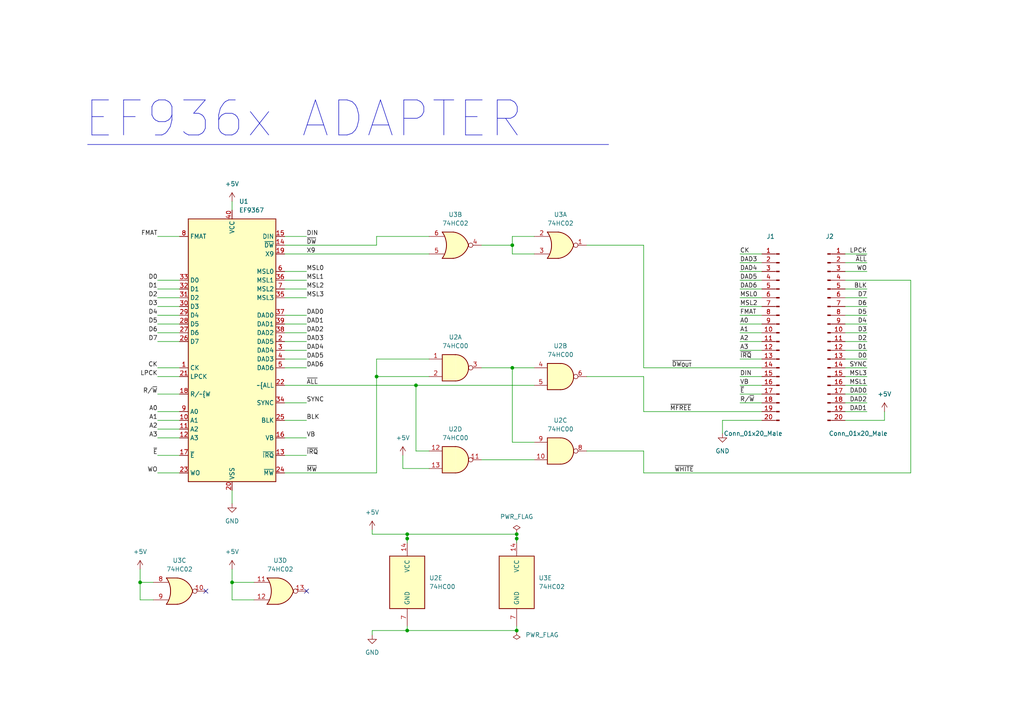
<source format=kicad_sch>
(kicad_sch (version 20230121) (generator eeschema)
  (paper "A4")
  (title_block (title "EF936x ADAPTER") (date "2022-12-04") (rev "V001") (comment 1 "reverse-engineered in 2022") (comment 2 "creativecommons.org/licenses/by-sa/4.0/") (comment 3 "License: CC BY-SA 4.0") (comment 4 "Author: InsaneDruid"))
  (lib_symbols
    (symbol "74xx:74HC00" (pin_names (offset 1.016))
      (property "Reference" "U" (at 0 1.27 0))
      (property "Value" "74HC00" (at 0 -1.27 0))
      (symbol "74HC00_1_1"
        (arc (start 0 -3.81) (mid 3.7934 0) (end 0 3.81) (stroke (width 0.254)) (fill (type background)))
        (polyline (pts (xy 0 3.81) (xy -3.81 3.81) (xy -3.81 -3.81) (xy 0 -3.81)) (stroke (width 0.254)) (fill (type background)))
        (pin input line (at -7.62 2.54 0) (length 3.81) (name "~") (number "1"))
        (pin input line (at -7.62 -2.54 0) (length 3.81) (name "~") (number "2"))
        (pin output inverted (at 7.62 0 180) (length 3.81) (name "~") (number "3"))
      )
      (symbol "74HC00_1_2"
        (arc (start -3.81 -3.81) (mid -2.589 0) (end -3.81 3.81) (stroke (width 0.254)))
        (arc (start -0.6096 -3.81) (mid 2.1842 -2.5851) (end 3.81 0) (stroke (width 0.254)) (fill (type background)))
        (polyline (pts (xy -3.81 -3.81) (xy -0.635 -3.81)) (stroke (width 0.254)) (fill (type background)))
        (polyline (pts (xy -3.81 3.81) (xy -0.635 3.81)) (stroke (width 0.254)) (fill (type background)))
        (polyline (pts (xy -0.635 3.81) (xy -3.81 3.81) (xy -3.81 3.81) (xy -3.556 3.4036) (xy -3.0226 2.2606) (xy -2.6924 1.0414) (xy -2.6162 -0.254) (xy -2.7686 -1.4986) (xy -3.175 -2.7178) (xy -3.81 -3.81) (xy -3.81 -3.81) (xy -0.635 -3.81)) (stroke (width -25.4)) (fill (type background)))
        (arc (start 3.81 0) (mid 2.1915 2.5936) (end -0.6096 3.81) (stroke (width 0.254)) (fill (type background)))
        (pin input inverted (at -7.62 2.54 0) (length 4.318) (name "~") (number "1"))
        (pin input inverted (at -7.62 -2.54 0) (length 4.318) (name "~") (number "2"))
        (pin output line (at 7.62 0 180) (length 3.81) (name "~") (number "3"))
      )
      (symbol "74HC00_2_1"
        (arc (start 0 -3.81) (mid 3.7934 0) (end 0 3.81) (stroke (width 0.254)) (fill (type background)))
        (polyline (pts (xy 0 3.81) (xy -3.81 3.81) (xy -3.81 -3.81) (xy 0 -3.81)) (stroke (width 0.254)) (fill (type background)))
        (pin input line (at -7.62 2.54 0) (length 3.81) (name "~") (number "4"))
        (pin input line (at -7.62 -2.54 0) (length 3.81) (name "~") (number "5"))
        (pin output inverted (at 7.62 0 180) (length 3.81) (name "~") (number "6"))
      )
      (symbol "74HC00_2_2"
        (arc (start -3.81 -3.81) (mid -2.589 0) (end -3.81 3.81) (stroke (width 0.254)))
        (arc (start -0.6096 -3.81) (mid 2.1842 -2.5851) (end 3.81 0) (stroke (width 0.254)) (fill (type background)))
        (polyline (pts (xy -3.81 -3.81) (xy -0.635 -3.81)) (stroke (width 0.254)) (fill (type background)))
        (polyline (pts (xy -3.81 3.81) (xy -0.635 3.81)) (stroke (width 0.254)) (fill (type background)))
        (polyline (pts (xy -0.635 3.81) (xy -3.81 3.81) (xy -3.81 3.81) (xy -3.556 3.4036) (xy -3.0226 2.2606) (xy -2.6924 1.0414) (xy -2.6162 -0.254) (xy -2.7686 -1.4986) (xy -3.175 -2.7178) (xy -3.81 -3.81) (xy -3.81 -3.81) (xy -0.635 -3.81)) (stroke (width -25.4)) (fill (type background)))
        (arc (start 3.81 0) (mid 2.1915 2.5936) (end -0.6096 3.81) (stroke (width 0.254)) (fill (type background)))
        (pin input inverted (at -7.62 2.54 0) (length 4.318) (name "~") (number "4"))
        (pin input inverted (at -7.62 -2.54 0) (length 4.318) (name "~") (number "5"))
        (pin output line (at 7.62 0 180) (length 3.81) (name "~") (number "6"))
      )
      (symbol "74HC00_3_1"
        (arc (start 0 -3.81) (mid 3.7934 0) (end 0 3.81) (stroke (width 0.254)) (fill (type background)))
        (polyline (pts (xy 0 3.81) (xy -3.81 3.81) (xy -3.81 -3.81) (xy 0 -3.81)) (stroke (width 0.254)) (fill (type background)))
        (pin input line (at -7.62 -2.54 0) (length 3.81) (name "~") (number "10"))
        (pin output inverted (at 7.62 0 180) (length 3.81) (name "~") (number "8"))
        (pin input line (at -7.62 2.54 0) (length 3.81) (name "~") (number "9"))
      )
      (symbol "74HC00_3_2"
        (arc (start -3.81 -3.81) (mid -2.589 0) (end -3.81 3.81) (stroke (width 0.254)))
        (arc (start -0.6096 -3.81) (mid 2.1842 -2.5851) (end 3.81 0) (stroke (width 0.254)) (fill (type background)))
        (polyline (pts (xy -3.81 -3.81) (xy -0.635 -3.81)) (stroke (width 0.254)) (fill (type background)))
        (polyline (pts (xy -3.81 3.81) (xy -0.635 3.81)) (stroke (width 0.254)) (fill (type background)))
        (polyline (pts (xy -0.635 3.81) (xy -3.81 3.81) (xy -3.81 3.81) (xy -3.556 3.4036) (xy -3.0226 2.2606) (xy -2.6924 1.0414) (xy -2.6162 -0.254) (xy -2.7686 -1.4986) (xy -3.175 -2.7178) (xy -3.81 -3.81) (xy -3.81 -3.81) (xy -0.635 -3.81)) (stroke (width -25.4)) (fill (type background)))
        (arc (start 3.81 0) (mid 2.1915 2.5936) (end -0.6096 3.81) (stroke (width 0.254)) (fill (type background)))
        (pin input inverted (at -7.62 -2.54 0) (length 4.318) (name "~") (number "10"))
        (pin output line (at 7.62 0 180) (length 3.81) (name "~") (number "8"))
        (pin input inverted (at -7.62 2.54 0) (length 4.318) (name "~") (number "9"))
      )
      (symbol "74HC00_4_1"
        (arc (start 0 -3.81) (mid 3.7934 0) (end 0 3.81) (stroke (width 0.254)) (fill (type background)))
        (polyline (pts (xy 0 3.81) (xy -3.81 3.81) (xy -3.81 -3.81) (xy 0 -3.81)) (stroke (width 0.254)) (fill (type background)))
        (pin output inverted (at 7.62 0 180) (length 3.81) (name "~") (number "11"))
        (pin input line (at -7.62 2.54 0) (length 3.81) (name "~") (number "12"))
        (pin input line (at -7.62 -2.54 0) (length 3.81) (name "~") (number "13"))
      )
      (symbol "74HC00_4_2"
        (arc (start -3.81 -3.81) (mid -2.589 0) (end -3.81 3.81) (stroke (width 0.254)))
        (arc (start -0.6096 -3.81) (mid 2.1842 -2.5851) (end 3.81 0) (stroke (width 0.254)) (fill (type background)))
        (polyline (pts (xy -3.81 -3.81) (xy -0.635 -3.81)) (stroke (width 0.254)) (fill (type background)))
        (polyline (pts (xy -3.81 3.81) (xy -0.635 3.81)) (stroke (width 0.254)) (fill (type background)))
        (polyline (pts (xy -0.635 3.81) (xy -3.81 3.81) (xy -3.81 3.81) (xy -3.556 3.4036) (xy -3.0226 2.2606) (xy -2.6924 1.0414) (xy -2.6162 -0.254) (xy -2.7686 -1.4986) (xy -3.175 -2.7178) (xy -3.81 -3.81) (xy -3.81 -3.81) (xy -0.635 -3.81)) (stroke (width -25.4)) (fill (type background)))
        (arc (start 3.81 0) (mid 2.1915 2.5936) (end -0.6096 3.81) (stroke (width 0.254)) (fill (type background)))
        (pin output line (at 7.62 0 180) (length 3.81) (name "~") (number "11"))
        (pin input inverted (at -7.62 2.54 0) (length 4.318) (name "~") (number "12"))
        (pin input inverted (at -7.62 -2.54 0) (length 4.318) (name "~") (number "13"))
      )
      (symbol "74HC00_5_0"
        (pin power_in line (at 0 12.7 270) (length 5.08) (name "VCC") (number "14"))
        (pin power_in line (at 0 -12.7 90) (length 5.08) (name "GND") (number "7"))
      )
      (symbol "74HC00_5_1"
        (rectangle (start -5.08 7.62) (end 5.08 -7.62) (stroke (width 0.254)) (fill (type background)))
      )
    )
    (symbol "74xx:74HC02" (pin_names (offset 1.016))
      (property "Reference" "U" (at 0 1.27 0))
      (property "Value" "74HC02" (at 0 -1.27 0))
      (symbol "74HC02_1_1"
        (arc (start -3.81 -3.81) (mid -2.589 0) (end -3.81 3.81) (stroke (width 0.254)))
        (arc (start -0.6096 -3.81) (mid 2.1842 -2.5851) (end 3.81 0) (stroke (width 0.254)) (fill (type background)))
        (polyline (pts (xy -3.81 -3.81) (xy -0.635 -3.81)) (stroke (width 0.254)) (fill (type background)))
        (polyline (pts (xy -3.81 3.81) (xy -0.635 3.81)) (stroke (width 0.254)) (fill (type background)))
        (polyline (pts (xy -0.635 3.81) (xy -3.81 3.81) (xy -3.81 3.81) (xy -3.556 3.4036) (xy -3.0226 2.2606) (xy -2.6924 1.0414) (xy -2.6162 -0.254) (xy -2.7686 -1.4986) (xy -3.175 -2.7178) (xy -3.81 -3.81) (xy -3.81 -3.81) (xy -0.635 -3.81)) (stroke (width -25.4)) (fill (type background)))
        (arc (start 3.81 0) (mid 2.1915 2.5936) (end -0.6096 3.81) (stroke (width 0.254)) (fill (type background)))
        (pin output inverted (at 7.62 0 180) (length 3.81) (name "~") (number "1"))
        (pin input line (at -7.62 2.54 0) (length 4.318) (name "~") (number "2"))
        (pin input line (at -7.62 -2.54 0) (length 4.318) (name "~") (number "3"))
      )
      (symbol "74HC02_1_2"
        (arc (start 0 -3.81) (mid 3.7934 0) (end 0 3.81) (stroke (width 0.254)) (fill (type background)))
        (polyline (pts (xy 0 3.81) (xy -3.81 3.81) (xy -3.81 -3.81) (xy 0 -3.81)) (stroke (width 0.254)) (fill (type background)))
        (pin output line (at 7.62 0 180) (length 3.81) (name "~") (number "1"))
        (pin input inverted (at -7.62 2.54 0) (length 3.81) (name "~") (number "2"))
        (pin input inverted (at -7.62 -2.54 0) (length 3.81) (name "~") (number "3"))
      )
      (symbol "74HC02_2_1"
        (arc (start -3.81 -3.81) (mid -2.589 0) (end -3.81 3.81) (stroke (width 0.254)))
        (arc (start -0.6096 -3.81) (mid 2.1842 -2.5851) (end 3.81 0) (stroke (width 0.254)) (fill (type background)))
        (polyline (pts (xy -3.81 -3.81) (xy -0.635 -3.81)) (stroke (width 0.254)) (fill (type background)))
        (polyline (pts (xy -3.81 3.81) (xy -0.635 3.81)) (stroke (width 0.254)) (fill (type background)))
        (polyline (pts (xy -0.635 3.81) (xy -3.81 3.81) (xy -3.81 3.81) (xy -3.556 3.4036) (xy -3.0226 2.2606) (xy -2.6924 1.0414) (xy -2.6162 -0.254) (xy -2.7686 -1.4986) (xy -3.175 -2.7178) (xy -3.81 -3.81) (xy -3.81 -3.81) (xy -0.635 -3.81)) (stroke (width -25.4)) (fill (type background)))
        (arc (start 3.81 0) (mid 2.1915 2.5936) (end -0.6096 3.81) (stroke (width 0.254)) (fill (type background)))
        (pin output inverted (at 7.62 0 180) (length 3.81) (name "~") (number "4"))
        (pin input line (at -7.62 2.54 0) (length 4.318) (name "~") (number "5"))
        (pin input line (at -7.62 -2.54 0) (length 4.318) (name "~") (number "6"))
      )
      (symbol "74HC02_2_2"
        (arc (start 0 -3.81) (mid 3.7934 0) (end 0 3.81) (stroke (width 0.254)) (fill (type background)))
        (polyline (pts (xy 0 3.81) (xy -3.81 3.81) (xy -3.81 -3.81) (xy 0 -3.81)) (stroke (width 0.254)) (fill (type background)))
        (pin output line (at 7.62 0 180) (length 3.81) (name "~") (number "4"))
        (pin input inverted (at -7.62 2.54 0) (length 3.81) (name "~") (number "5"))
        (pin input inverted (at -7.62 -2.54 0) (length 3.81) (name "~") (number "6"))
      )
      (symbol "74HC02_3_1"
        (arc (start -3.81 -3.81) (mid -2.589 0) (end -3.81 3.81) (stroke (width 0.254)))
        (arc (start -0.6096 -3.81) (mid 2.1842 -2.5851) (end 3.81 0) (stroke (width 0.254)) (fill (type background)))
        (polyline (pts (xy -3.81 -3.81) (xy -0.635 -3.81)) (stroke (width 0.254)) (fill (type background)))
        (polyline (pts (xy -3.81 3.81) (xy -0.635 3.81)) (stroke (width 0.254)) (fill (type background)))
        (polyline (pts (xy -0.635 3.81) (xy -3.81 3.81) (xy -3.81 3.81) (xy -3.556 3.4036) (xy -3.0226 2.2606) (xy -2.6924 1.0414) (xy -2.6162 -0.254) (xy -2.7686 -1.4986) (xy -3.175 -2.7178) (xy -3.81 -3.81) (xy -3.81 -3.81) (xy -0.635 -3.81)) (stroke (width -25.4)) (fill (type background)))
        (arc (start 3.81 0) (mid 2.1915 2.5936) (end -0.6096 3.81) (stroke (width 0.254)) (fill (type background)))
        (pin output inverted (at 7.62 0 180) (length 3.81) (name "~") (number "10"))
        (pin input line (at -7.62 2.54 0) (length 4.318) (name "~") (number "8"))
        (pin input line (at -7.62 -2.54 0) (length 4.318) (name "~") (number "9"))
      )
      (symbol "74HC02_3_2"
        (arc (start 0 -3.81) (mid 3.7934 0) (end 0 3.81) (stroke (width 0.254)) (fill (type background)))
        (polyline (pts (xy 0 3.81) (xy -3.81 3.81) (xy -3.81 -3.81) (xy 0 -3.81)) (stroke (width 0.254)) (fill (type background)))
        (pin output line (at 7.62 0 180) (length 3.81) (name "~") (number "10"))
        (pin input inverted (at -7.62 2.54 0) (length 3.81) (name "~") (number "8"))
        (pin input inverted (at -7.62 -2.54 0) (length 3.81) (name "~") (number "9"))
      )
      (symbol "74HC02_4_1"
        (arc (start -3.81 -3.81) (mid -2.589 0) (end -3.81 3.81) (stroke (width 0.254)))
        (arc (start -0.6096 -3.81) (mid 2.1842 -2.5851) (end 3.81 0) (stroke (width 0.254)) (fill (type background)))
        (polyline (pts (xy -3.81 -3.81) (xy -0.635 -3.81)) (stroke (width 0.254)) (fill (type background)))
        (polyline (pts (xy -3.81 3.81) (xy -0.635 3.81)) (stroke (width 0.254)) (fill (type background)))
        (polyline (pts (xy -0.635 3.81) (xy -3.81 3.81) (xy -3.81 3.81) (xy -3.556 3.4036) (xy -3.0226 2.2606) (xy -2.6924 1.0414) (xy -2.6162 -0.254) (xy -2.7686 -1.4986) (xy -3.175 -2.7178) (xy -3.81 -3.81) (xy -3.81 -3.81) (xy -0.635 -3.81)) (stroke (width -25.4)) (fill (type background)))
        (arc (start 3.81 0) (mid 2.1915 2.5936) (end -0.6096 3.81) (stroke (width 0.254)) (fill (type background)))
        (pin input line (at -7.62 2.54 0) (length 4.318) (name "~") (number "11"))
        (pin input line (at -7.62 -2.54 0) (length 4.318) (name "~") (number "12"))
        (pin output inverted (at 7.62 0 180) (length 3.81) (name "~") (number "13"))
      )
      (symbol "74HC02_4_2"
        (arc (start 0 -3.81) (mid 3.7934 0) (end 0 3.81) (stroke (width 0.254)) (fill (type background)))
        (polyline (pts (xy 0 3.81) (xy -3.81 3.81) (xy -3.81 -3.81) (xy 0 -3.81)) (stroke (width 0.254)) (fill (type background)))
        (pin input inverted (at -7.62 2.54 0) (length 3.81) (name "~") (number "11"))
        (pin input inverted (at -7.62 -2.54 0) (length 3.81) (name "~") (number "12"))
        (pin output line (at 7.62 0 180) (length 3.81) (name "~") (number "13"))
      )
      (symbol "74HC02_5_0"
        (pin power_in line (at 0 12.7 270) (length 5.08) (name "VCC") (number "14"))
        (pin power_in line (at 0 -12.7 90) (length 5.08) (name "GND") (number "7"))
      )
      (symbol "74HC02_5_1"
        (rectangle (start -5.08 7.62) (end 5.08 -7.62) (stroke (width 0.254)) (fill (type background)))
      )
    )
    (symbol "Connector:Conn_01x20_Pin" (pin_names (offset 1.016) hide)
      (property "Reference" "J" (at 0 25.4 0))
      (property "Value" "Conn_01x20_Pin" (at 0 -27.94 0))
      (symbol "Conn_01x20_Pin_1_1"
        (polyline (pts (xy 1.27 -25.4) (xy 0.8636 -25.4)) (stroke (width 0.1524)))
        (polyline (pts (xy 1.27 -22.86) (xy 0.8636 -22.86)) (stroke (width 0.1524)))
        (polyline (pts (xy 1.27 -20.32) (xy 0.8636 -20.32)) (stroke (width 0.1524)))
        (polyline (pts (xy 1.27 -17.78) (xy 0.8636 -17.78)) (stroke (width 0.1524)))
        (polyline (pts (xy 1.27 -15.24) (xy 0.8636 -15.24)) (stroke (width 0.1524)))
        (polyline (pts (xy 1.27 -12.7) (xy 0.8636 -12.7)) (stroke (width 0.1524)))
        (polyline (pts (xy 1.27 -10.16) (xy 0.8636 -10.16)) (stroke (width 0.1524)))
        (polyline (pts (xy 1.27 -7.62) (xy 0.8636 -7.62)) (stroke (width 0.1524)))
        (polyline (pts (xy 1.27 -5.08) (xy 0.8636 -5.08)) (stroke (width 0.1524)))
        (polyline (pts (xy 1.27 -2.54) (xy 0.8636 -2.54)) (stroke (width 0.1524)))
        (polyline (pts (xy 1.27 0) (xy 0.8636 0)) (stroke (width 0.1524)))
        (polyline (pts (xy 1.27 2.54) (xy 0.8636 2.54)) (stroke (width 0.1524)))
        (polyline (pts (xy 1.27 5.08) (xy 0.8636 5.08)) (stroke (width 0.1524)))
        (polyline (pts (xy 1.27 7.62) (xy 0.8636 7.62)) (stroke (width 0.1524)))
        (polyline (pts (xy 1.27 10.16) (xy 0.8636 10.16)) (stroke (width 0.1524)))
        (polyline (pts (xy 1.27 12.7) (xy 0.8636 12.7)) (stroke (width 0.1524)))
        (polyline (pts (xy 1.27 15.24) (xy 0.8636 15.24)) (stroke (width 0.1524)))
        (polyline (pts (xy 1.27 17.78) (xy 0.8636 17.78)) (stroke (width 0.1524)))
        (polyline (pts (xy 1.27 20.32) (xy 0.8636 20.32)) (stroke (width 0.1524)))
        (polyline (pts (xy 1.27 22.86) (xy 0.8636 22.86)) (stroke (width 0.1524)))
        (rectangle (start 0.8636 -25.273) (end 0 -25.527) (stroke (width 0.1524)) (fill (type outline)))
        (rectangle (start 0.8636 -22.733) (end 0 -22.987) (stroke (width 0.1524)) (fill (type outline)))
        (rectangle (start 0.8636 -20.193) (end 0 -20.447) (stroke (width 0.1524)) (fill (type outline)))
        (rectangle (start 0.8636 -17.653) (end 0 -17.907) (stroke (width 0.1524)) (fill (type outline)))
        (rectangle (start 0.8636 -15.113) (end 0 -15.367) (stroke (width 0.1524)) (fill (type outline)))
        (rectangle (start 0.8636 -12.573) (end 0 -12.827) (stroke (width 0.1524)) (fill (type outline)))
        (rectangle (start 0.8636 -10.033) (end 0 -10.287) (stroke (width 0.1524)) (fill (type outline)))
        (rectangle (start 0.8636 -7.493) (end 0 -7.747) (stroke (width 0.1524)) (fill (type outline)))
        (rectangle (start 0.8636 -4.953) (end 0 -5.207) (stroke (width 0.1524)) (fill (type outline)))
        (rectangle (start 0.8636 -2.413) (end 0 -2.667) (stroke (width 0.1524)) (fill (type outline)))
        (rectangle (start 0.8636 0.127) (end 0 -0.127) (stroke (width 0.1524)) (fill (type outline)))
        (rectangle (start 0.8636 2.667) (end 0 2.413) (stroke (width 0.1524)) (fill (type outline)))
        (rectangle (start 0.8636 5.207) (end 0 4.953) (stroke (width 0.1524)) (fill (type outline)))
        (rectangle (start 0.8636 7.747) (end 0 7.493) (stroke (width 0.1524)) (fill (type outline)))
        (rectangle (start 0.8636 10.287) (end 0 10.033) (stroke (width 0.1524)) (fill (type outline)))
        (rectangle (start 0.8636 12.827) (end 0 12.573) (stroke (width 0.1524)) (fill (type outline)))
        (rectangle (start 0.8636 15.367) (end 0 15.113) (stroke (width 0.1524)) (fill (type outline)))
        (rectangle (start 0.8636 17.907) (end 0 17.653) (stroke (width 0.1524)) (fill (type outline)))
        (rectangle (start 0.8636 20.447) (end 0 20.193) (stroke (width 0.1524)) (fill (type outline)))
        (rectangle (start 0.8636 22.987) (end 0 22.733) (stroke (width 0.1524)) (fill (type outline)))
        (pin passive line (at 5.08 22.86 180) (length 3.81) (name "Pin_1") (number "1"))
        (pin passive line (at 5.08 0 180) (length 3.81) (name "Pin_10") (number "10"))
        (pin passive line (at 5.08 -2.54 180) (length 3.81) (name "Pin_11") (number "11"))
        (pin passive line (at 5.08 -5.08 180) (length 3.81) (name "Pin_12") (number "12"))
        (pin passive line (at 5.08 -7.62 180) (length 3.81) (name "Pin_13") (number "13"))
        (pin passive line (at 5.08 -10.16 180) (length 3.81) (name "Pin_14") (number "14"))
        (pin passive line (at 5.08 -12.7 180) (length 3.81) (name "Pin_15") (number "15"))
        (pin passive line (at 5.08 -15.24 180) (length 3.81) (name "Pin_16") (number "16"))
        (pin passive line (at 5.08 -17.78 180) (length 3.81) (name "Pin_17") (number "17"))
        (pin passive line (at 5.08 -20.32 180) (length 3.81) (name "Pin_18") (number "18"))
        (pin passive line (at 5.08 -22.86 180) (length 3.81) (name "Pin_19") (number "19"))
        (pin passive line (at 5.08 20.32 180) (length 3.81) (name "Pin_2") (number "2"))
        (pin passive line (at 5.08 -25.4 180) (length 3.81) (name "Pin_20") (number "20"))
        (pin passive line (at 5.08 17.78 180) (length 3.81) (name "Pin_3") (number "3"))
        (pin passive line (at 5.08 15.24 180) (length 3.81) (name "Pin_4") (number "4"))
        (pin passive line (at 5.08 12.7 180) (length 3.81) (name "Pin_5") (number "5"))
        (pin passive line (at 5.08 10.16 180) (length 3.81) (name "Pin_6") (number "6"))
        (pin passive line (at 5.08 7.62 180) (length 3.81) (name "Pin_7") (number "7"))
        (pin passive line (at 5.08 5.08 180) (length 3.81) (name "Pin_8") (number "8"))
        (pin passive line (at 5.08 2.54 180) (length 3.81) (name "Pin_9") (number "9"))
      )
    )
    (symbol "ef936x_adapter_lib_sch:EF9367"
      (property "Reference" "U1" (at 2.0194 43.18 0))
      (property "Value" "EF9367" (at 2.0194 40.64 0))
      (symbol "EF9367_0_1"
        (rectangle (start -12.7 38.1) (end 12.7 -38.1) (stroke (width 0.254)) (fill (type background)))
      )
      (symbol "EF9367_1_1"
        (pin input line (at -15.24 -5.08 0) (length 2.54) (name "CK") (number "1"))
        (pin input line (at -15.24 -20.32 0) (length 2.54) (name "A1") (number "10"))
        (pin input line (at -15.24 -22.86 0) (length 2.54) (name "A2") (number "11"))
        (pin input line (at -15.24 -25.4 0) (length 2.54) (name "A3") (number "12"))
        (pin output line (at 15.24 -30.48 180) (length 2.54) (name "~{IRQ}") (number "13"))
        (pin output line (at 15.24 30.48 180) (length 2.54) (name "~{DW}") (number "14"))
        (pin output line (at 15.24 33.02 180) (length 2.54) (name "DIN") (number "15"))
        (pin output line (at 15.24 -25.4 180) (length 2.54) (name "VB") (number "16"))
        (pin input line (at -15.24 -30.48 0) (length 2.54) (name "~{E}") (number "17"))
        (pin input line (at -15.24 -12.7 0) (length 2.54) (name "R/~{W") (number "18"))
        (pin output line (at 15.24 27.94 180) (length 2.54) (name "X9") (number "19"))
        (pin output line (at 15.24 2.54 180) (length 2.54) (name "DAD5") (number "2"))
        (pin power_in line (at 0 -40.64 90) (length 2.54) (name "VSS") (number "20"))
        (pin input line (at -15.24 -7.62 0) (length 2.54) (name "LPCK") (number "21"))
        (pin output line (at 15.24 -10.16 180) (length 2.54) (name "~{ALL") (number "22"))
        (pin input line (at -15.24 -35.56 0) (length 2.54) (name "WO") (number "23"))
        (pin output line (at 15.24 -35.56 180) (length 2.54) (name "~{MW}") (number "24"))
        (pin output line (at 15.24 -20.32 180) (length 2.54) (name "BLK") (number "25"))
        (pin bidirectional line (at -15.24 2.54 0) (length 2.54) (name "D7") (number "26"))
        (pin bidirectional line (at -15.24 5.08 0) (length 2.54) (name "D6") (number "27"))
        (pin bidirectional line (at -15.24 7.62 0) (length 2.54) (name "D5") (number "28"))
        (pin bidirectional line (at -15.24 10.16 0) (length 2.54) (name "D4") (number "29"))
        (pin output line (at 15.24 0 180) (length 2.54) (name "DAD4") (number "3"))
        (pin bidirectional line (at -15.24 12.7 0) (length 2.54) (name "D3") (number "30"))
        (pin bidirectional line (at -15.24 15.24 0) (length 2.54) (name "D2") (number "31"))
        (pin bidirectional line (at -15.24 17.78 0) (length 2.54) (name "D1") (number "32"))
        (pin bidirectional line (at -15.24 20.32 0) (length 2.54) (name "D0") (number "33"))
        (pin output line (at 15.24 -15.24 180) (length 2.54) (name "SYNC") (number "34"))
        (pin output line (at 15.24 15.24 180) (length 2.54) (name "MSL3") (number "35"))
        (pin output line (at 15.24 20.32 180) (length 2.54) (name "MSL1") (number "36"))
        (pin output line (at 15.24 10.16 180) (length 2.54) (name "DAD0") (number "37"))
        (pin output line (at 15.24 5.08 180) (length 2.54) (name "DAD2") (number "38"))
        (pin output line (at 15.24 7.62 180) (length 2.54) (name "DAD1") (number "39"))
        (pin output line (at 15.24 -2.54 180) (length 2.54) (name "DAD3") (number "4"))
        (pin power_in line (at 0 40.64 270) (length 2.54) (name "VCC") (number "40"))
        (pin output line (at 15.24 -5.08 180) (length 2.54) (name "DAD6") (number "5"))
        (pin output line (at 15.24 22.86 180) (length 2.54) (name "MSL0") (number "6"))
        (pin output line (at 15.24 17.78 180) (length 2.54) (name "MSL2") (number "7"))
        (pin input line (at -15.24 33.02 0) (length 2.54) (name "FMAT") (number "8"))
        (pin input line (at -15.24 -17.78 0) (length 2.54) (name "A0") (number "9"))
      )
    )
    (symbol "power:+5V" (power) (pin_names (offset 0))
      (property "Value" "+5V" (at 0 3.556 0))
      (symbol "+5V_0_1"
        (polyline (pts (xy -0.762 1.27) (xy 0 2.54)))
        (polyline (pts (xy 0 0) (xy 0 2.54)))
        (polyline (pts (xy 0 2.54) (xy 0.762 1.27)))
      )
      (symbol "+5V_1_1"
        (pin power_in line (at 0 0 90) (length 0) hide (name "+5V") (number "1"))
      )
    )
    (symbol "power:GND" (power) (pin_names (offset 0))
      (property "Value" "GND" (at 0 -3.81 0))
      (symbol "GND_0_1"
        (polyline (pts (xy 0 0) (xy 0 -1.27) (xy 1.27 -1.27) (xy 0 -2.54) (xy -1.27 -1.27) (xy 0 -1.27)))
      )
      (symbol "GND_1_1"
        (pin power_in line (at 0 0 270) (length 0) hide (name "GND") (number "1"))
      )
    )
    (symbol "power:PWR_FLAG" (power) (pin_numbers hide) (pin_names (offset 0) hide)
      (property "Value" "PWR_FLAG" (at 0 3.81 0))
      (symbol "PWR_FLAG_0_0"
        (pin power_out line (at 0 0 90) (length 0) (name "pwr") (number "1"))
      )
      (symbol "PWR_FLAG_0_1"
        (polyline (pts (xy 0 0) (xy 0 1.27) (xy -1.016 1.905) (xy 0 2.54) (xy 1.016 1.905) (xy 0 1.27)))
      )
    )
  )
  (junction (at 120.65 111.76))
  (junction (at 109.22 109.22))
  (junction (at 40.64 168.91))
  (junction (at 148.59 106.68))
  (junction (at 149.86 156.21))
  (junction (at 148.59 71.12))
  (junction (at 118.11 182.88))
  (junction (at 67.31 168.91))
  (junction (at 149.86 182.88))
  (junction (at 118.11 156.21))
  (junction (at 118.11 154.94))
  (junction (at 149.86 154.94))
  (no_connect (at 59.69 171.45))
  (no_connect (at 88.9 171.45))
  (wire (pts (xy 45.72 114.3) (xy 52.07 114.3)))
  (wire (pts (xy 67.31 142.24) (xy 67.31 146.05)))
  (wire (pts (xy 214.63 114.3) (xy 220.98 114.3)))
  (wire (pts (xy 40.64 168.91) (xy 44.45 168.91)))
  (wire (pts (xy 67.31 165.1) (xy 67.31 168.91)))
  (wire (pts (xy 67.31 168.91) (xy 67.31 173.99)))
  (wire (pts (xy 214.63 101.6) (xy 220.98 101.6)))
  (wire (pts (xy 220.98 76.2) (xy 214.63 76.2)))
  (wire (pts (xy 186.69 119.38) (xy 220.98 119.38)))
  (wire (pts (xy 148.59 106.68) (xy 154.94 106.68)))
  (wire (pts (xy 149.86 156.21) (xy 149.86 157.48)))
  (wire (pts (xy 82.55 68.58) (xy 88.9 68.58)))
  (wire (pts (xy 109.22 137.16) (xy 109.22 109.22)))
  (wire (pts (xy 82.55 106.68) (xy 88.9 106.68)))
  (wire (pts (xy 45.72 93.98) (xy 52.07 93.98)))
  (wire (pts (xy 82.55 116.84) (xy 88.9 116.84)))
  (wire (pts (xy 82.55 81.28) (xy 88.9 81.28)))
  (wire (pts (xy 67.31 168.91) (xy 73.66 168.91)))
  (wire (pts (xy 245.11 119.38) (xy 251.46 119.38)))
  (wire (pts (xy 170.18 71.12) (xy 186.69 71.12)))
  (wire (pts (xy 251.46 104.14) (xy 245.11 104.14)))
  (wire (pts (xy 82.55 127) (xy 88.9 127)))
  (wire (pts (xy 107.95 182.88) (xy 118.11 182.88)))
  (wire (pts (xy 245.11 114.3) (xy 251.46 114.3)))
  (wire (pts (xy 67.31 58.42) (xy 67.31 60.96)))
  (wire (pts (xy 118.11 156.21) (xy 118.11 157.48)))
  (wire (pts (xy 82.55 83.82) (xy 88.9 83.82)))
  (wire (pts (xy 264.16 137.16) (xy 264.16 81.28)))
  (wire (pts (xy 139.7 71.12) (xy 148.59 71.12)))
  (wire (pts (xy 109.22 68.58) (xy 124.46 68.58)))
  (wire (pts (xy 220.98 109.22) (xy 214.63 109.22)))
  (polyline (pts (xy 25.4 41.91) (xy 176.53 41.91)) (stroke (width 0) (type solid)))
  (wire (pts (xy 109.22 71.12) (xy 109.22 68.58)))
  (wire (pts (xy 82.55 101.6) (xy 88.9 101.6)))
  (wire (pts (xy 45.72 99.06) (xy 52.07 99.06)))
  (wire (pts (xy 214.63 99.06) (xy 220.98 99.06)))
  (wire (pts (xy 82.55 104.14) (xy 88.9 104.14)))
  (wire (pts (xy 251.46 93.98) (xy 245.11 93.98)))
  (wire (pts (xy 82.55 137.16) (xy 109.22 137.16)))
  (wire (pts (xy 154.94 68.58) (xy 148.59 68.58)))
  (wire (pts (xy 107.95 182.88) (xy 107.95 184.15)))
  (wire (pts (xy 82.55 121.92) (xy 88.9 121.92)))
  (wire (pts (xy 109.22 109.22) (xy 124.46 109.22)))
  (wire (pts (xy 251.46 101.6) (xy 245.11 101.6)))
  (wire (pts (xy 186.69 130.81) (xy 186.69 137.16)))
  (wire (pts (xy 82.55 132.08) (xy 88.9 132.08)))
  (wire (pts (xy 251.46 86.36) (xy 245.11 86.36)))
  (wire (pts (xy 154.94 128.27) (xy 148.59 128.27)))
  (wire (pts (xy 245.11 116.84) (xy 251.46 116.84)))
  (wire (pts (xy 118.11 181.61) (xy 118.11 182.88)))
  (wire (pts (xy 245.11 109.22) (xy 251.46 109.22)))
  (wire (pts (xy 82.55 71.12) (xy 109.22 71.12)))
  (wire (pts (xy 170.18 130.81) (xy 186.69 130.81)))
  (wire (pts (xy 82.55 99.06) (xy 88.9 99.06)))
  (wire (pts (xy 109.22 104.14) (xy 109.22 109.22)))
  (wire (pts (xy 82.55 78.74) (xy 88.9 78.74)))
  (wire (pts (xy 116.84 132.08) (xy 116.84 135.89)))
  (wire (pts (xy 245.11 106.68) (xy 251.46 106.68)))
  (wire (pts (xy 148.59 68.58) (xy 148.59 71.12)))
  (wire (pts (xy 45.72 81.28) (xy 52.07 81.28)))
  (wire (pts (xy 109.22 104.14) (xy 124.46 104.14)))
  (wire (pts (xy 251.46 88.9) (xy 245.11 88.9)))
  (wire (pts (xy 118.11 182.88) (xy 149.86 182.88)))
  (wire (pts (xy 118.11 154.94) (xy 149.86 154.94)))
  (wire (pts (xy 245.11 81.28) (xy 264.16 81.28)))
  (wire (pts (xy 120.65 130.81) (xy 124.46 130.81)))
  (wire (pts (xy 82.55 93.98) (xy 88.9 93.98)))
  (wire (pts (xy 186.69 137.16) (xy 264.16 137.16)))
  (wire (pts (xy 45.72 132.08) (xy 52.07 132.08)))
  (wire (pts (xy 148.59 73.66) (xy 154.94 73.66)))
  (wire (pts (xy 186.69 119.38) (xy 186.69 109.22)))
  (wire (pts (xy 148.59 71.12) (xy 148.59 73.66)))
  (wire (pts (xy 251.46 76.2) (xy 245.11 76.2)))
  (wire (pts (xy 118.11 154.94) (xy 118.11 156.21)))
  (wire (pts (xy 40.64 168.91) (xy 40.64 173.99)))
  (wire (pts (xy 45.72 86.36) (xy 52.07 86.36)))
  (wire (pts (xy 186.69 71.12) (xy 186.69 106.68)))
  (wire (pts (xy 251.46 91.44) (xy 245.11 91.44)))
  (wire (pts (xy 107.95 154.94) (xy 118.11 154.94)))
  (wire (pts (xy 45.72 119.38) (xy 52.07 119.38)))
  (wire (pts (xy 220.98 88.9) (xy 214.63 88.9)))
  (wire (pts (xy 220.98 83.82) (xy 214.63 83.82)))
  (wire (pts (xy 82.55 111.76) (xy 120.65 111.76)))
  (wire (pts (xy 251.46 99.06) (xy 245.11 99.06)))
  (wire (pts (xy 209.55 121.92) (xy 209.55 125.73)))
  (wire (pts (xy 45.72 124.46) (xy 52.07 124.46)))
  (wire (pts (xy 116.84 135.89) (xy 124.46 135.89)))
  (wire (pts (xy 214.63 96.52) (xy 220.98 96.52)))
  (wire (pts (xy 245.11 83.82) (xy 251.46 83.82)))
  (wire (pts (xy 40.64 165.1) (xy 40.64 168.91)))
  (wire (pts (xy 45.72 109.22) (xy 52.07 109.22)))
  (wire (pts (xy 45.72 96.52) (xy 52.07 96.52)))
  (wire (pts (xy 40.64 173.99) (xy 44.45 173.99)))
  (wire (pts (xy 256.54 119.38) (xy 256.54 121.92)))
  (wire (pts (xy 45.72 106.68) (xy 52.07 106.68)))
  (wire (pts (xy 82.55 91.44) (xy 88.9 91.44)))
  (wire (pts (xy 220.98 81.28) (xy 214.63 81.28)))
  (wire (pts (xy 45.72 127) (xy 52.07 127)))
  (wire (pts (xy 149.86 182.88) (xy 149.86 181.61)))
  (wire (pts (xy 214.63 91.44) (xy 220.98 91.44)))
  (wire (pts (xy 148.59 106.68) (xy 139.7 106.68)))
  (wire (pts (xy 67.31 173.99) (xy 73.66 173.99)))
  (wire (pts (xy 251.46 78.74) (xy 245.11 78.74)))
  (wire (pts (xy 209.55 121.92) (xy 220.98 121.92)))
  (wire (pts (xy 139.7 133.35) (xy 154.94 133.35)))
  (wire (pts (xy 148.59 128.27) (xy 148.59 106.68)))
  (wire (pts (xy 120.65 111.76) (xy 154.94 111.76)))
  (wire (pts (xy 45.72 91.44) (xy 52.07 91.44)))
  (wire (pts (xy 251.46 73.66) (xy 245.11 73.66)))
  (wire (pts (xy 220.98 78.74) (xy 214.63 78.74)))
  (wire (pts (xy 45.72 88.9) (xy 52.07 88.9)))
  (wire (pts (xy 220.98 111.76) (xy 214.63 111.76)))
  (wire (pts (xy 186.69 106.68) (xy 220.98 106.68)))
  (wire (pts (xy 251.46 96.52) (xy 245.11 96.52)))
  (wire (pts (xy 107.95 154.94) (xy 107.95 153.67)))
  (wire (pts (xy 256.54 121.92) (xy 245.11 121.92)))
  (wire (pts (xy 220.98 86.36) (xy 214.63 86.36)))
  (wire (pts (xy 45.72 121.92) (xy 52.07 121.92)))
  (wire (pts (xy 214.63 116.84) (xy 220.98 116.84)))
  (wire (pts (xy 45.72 83.82) (xy 52.07 83.82)))
  (wire (pts (xy 82.55 96.52) (xy 88.9 96.52)))
  (wire (pts (xy 170.18 109.22) (xy 186.69 109.22)))
  (wire (pts (xy 82.55 73.66) (xy 124.46 73.66)))
  (wire (pts (xy 214.63 93.98) (xy 220.98 93.98)))
  (wire (pts (xy 245.11 111.76) (xy 251.46 111.76)))
  (wire (pts (xy 45.72 137.16) (xy 52.07 137.16)))
  (wire (pts (xy 220.98 104.14) (xy 214.63 104.14)))
  (wire (pts (xy 149.86 154.94) (xy 149.86 156.21)))
  (wire (pts (xy 214.63 73.66) (xy 220.98 73.66)))
  (wire (pts (xy 120.65 130.81) (xy 120.65 111.76)))
  (wire (pts (xy 45.72 68.58) (xy 52.07 68.58)))
  (wire (pts (xy 82.55 86.36) (xy 88.9 86.36)))
  (text "EF936x ADAPTER" (at 24.13 40.64 0) (effects (font (size 10.16 10.16)) (justify left bottom)))
  (label "X9" (at 88.9 73.66 0))
  (label "A0" (at 214.63 93.98 0))
  (label "D5" (at 45.72 93.98 180))
  (label "D2" (at 251.46 99.06 180))
  (label "D7" (at 251.46 86.36 180))
  (label "VB" (at 88.9 127 0))
  (label "BLK" (at 251.46 83.82 180))
  (label "MSL3" (at 251.46 109.22 180))
  (label "A0" (at 45.72 119.38 180))
  (label "A2" (at 45.72 124.46 180))
  (label "VB" (at 214.63 111.76 0))
  (label "BLK" (at 88.9 121.92 0))
  (label "MSL0" (at 88.9 78.74 0))
  (label "~{DW_{OUT}}" (at 200.66 106.68 180))
  (label "A3" (at 214.63 101.6 0))
  (label "D1" (at 251.46 101.6 180))
  (label "MSL2" (at 214.63 88.9 0))
  (label "DAD5" (at 88.9 104.14 0))
  (label "DAD3" (at 88.9 99.06 0))
  (label "DAD6" (at 88.9 106.68 0))
  (label "DAD0" (at 251.46 114.3 180))
  (label "D3" (at 251.46 96.52 180))
  (label "~{MW}" (at 88.9 137.16 0))
  (label "D5" (at 251.46 91.44 180))
  (label "DAD2" (at 251.46 116.84 180))
  (label "DAD5" (at 214.63 81.28 0))
  (label "MSL0" (at 214.63 86.36 0))
  (label "~{DW}" (at 88.9 71.12 0))
  (label "~{E}" (at 45.72 132.08 180))
  (label "D4" (at 45.72 91.44 180))
  (label "R{slash}~{W}" (at 214.63 116.84 0))
  (label "DAD1" (at 251.46 119.38 180))
  (label "~{WHITE}" (at 195.58 137.16 0))
  (label "D0" (at 251.46 104.14 180))
  (label "LPCK" (at 251.46 73.66 180))
  (label "CK" (at 214.63 73.66 0))
  (label "FMAT" (at 45.72 68.58 180))
  (label "DAD3" (at 214.63 76.2 0))
  (label "D6" (at 45.72 96.52 180))
  (label "D7" (at 45.72 99.06 180))
  (label "DAD2" (at 88.9 96.52 0))
  (label "WO" (at 45.72 137.16 180))
  (label "DAD1" (at 88.9 93.98 0))
  (label "DIN" (at 214.63 109.22 0))
  (label "~{IRQ}" (at 214.63 104.14 0))
  (label "DAD6" (at 214.63 83.82 0))
  (label "MSL3" (at 88.9 86.36 0))
  (label "~{MFREE}" (at 194.31 119.38 0))
  (label "A3" (at 45.72 127 180))
  (label "CK" (at 45.72 106.68 180))
  (label "~{E}" (at 214.63 114.3 0))
  (label "~{IRQ}" (at 88.9 132.08 0))
  (label "D0" (at 45.72 81.28 180))
  (label "MSL1" (at 251.46 111.76 180))
  (label "LPCK" (at 45.72 109.22 180))
  (label "~{ALL}" (at 251.46 76.2 180))
  (label "D2" (at 45.72 86.36 180))
  (label "SYNC" (at 88.9 116.84 0))
  (label "A1" (at 214.63 96.52 0))
  (label "D3" (at 45.72 88.9 180))
  (label "MSL1" (at 88.9 81.28 0))
  (label "DAD4" (at 88.9 101.6 0))
  (label "A2" (at 214.63 99.06 0))
  (label "D4" (at 251.46 93.98 180))
  (label "DAD0" (at 88.9 91.44 0))
  (label "D1" (at 45.72 83.82 180))
  (label "WO" (at 251.46 78.74 180))
  (label "~{ALL}" (at 88.9 111.76 0))
  (label "FMAT" (at 214.63 91.44 0))
  (label "DIN" (at 88.9 68.58 0))
  (label "R{slash}~{W}" (at 45.72 114.3 180))
  (label "A1" (at 45.72 121.92 180))
  (label "SYNC" (at 251.46 106.68 180))
  (label "MSL2" (at 88.9 83.82 0))
  (label "DAD4" (at 214.63 78.74 0))
  (label "D6" (at 251.46 88.9 180))
  (symbol (lib_id "74xx:74HC00") (at 162.56 130.81 0) (unit 3)
    (property "Reference" "U2" (at 162.56 121.92 0))
    (property "Value" "74HC00" (at 162.56 124.46 0))
    (property "Footprint" "ef936x_adapter_lib_fp:DIP-14_W7.62mm" (effects hide))
    (property "Datasheet" "http://www.ti.com/lit/gpn/sn74hc00" (effects hide))
  )
  (symbol (lib_id "power:+5V") (at 67.31 165.1 0) (unit 1)
    (property "Reference" "#PWR0102" (effects hide))
    (property "Value" "+5V" (at 67.31 160.02 0))
  )
  (symbol (lib_id "74xx:74HC00") (at 162.56 109.22 0) (unit 2)
    (property "Reference" "U2" (at 162.56 100.33 0))
    (property "Value" "74HC00" (at 162.56 102.87 0))
    (property "Footprint" "ef936x_adapter_lib_fp:DIP-14_W7.62mm" (effects hide))
    (property "Datasheet" "http://www.ti.com/lit/gpn/sn74hc00" (effects hide))
  )
  (symbol (lib_id "power:PWR_FLAG") (at 149.86 154.94 0) (unit 1)
    (property "Reference" "#FLG0101" (effects hide))
    (property "Value" "PWR_FLAG" (at 149.86 149.86 0))
  )
  (symbol (lib_id "power:+5V") (at 40.64 165.1 0) (unit 1)
    (property "Reference" "#PWR0101" (effects hide))
    (property "Value" "+5V" (at 40.64 160.02 0))
  )
  (symbol (lib_id "74xx:74HC00") (at 118.11 168.91 0) (unit 5)
    (property "Reference" "U2" (at 124.46 167.6399 0) (effects (justify left)))
    (property "Value" "74HC00" (at 124.46 170.1799 0) (effects (justify left)))
    (property "Footprint" "ef936x_adapter_lib_fp:DIP-14_W7.62mm" (effects hide))
    (property "Datasheet" "http://www.ti.com/lit/gpn/sn74hc00" (effects hide))
  )
  (symbol (lib_id "74xx:74HC02") (at 52.07 171.45 0) (unit 3)
    (property "Reference" "U3" (at 52.07 162.56 0))
    (property "Value" "74HC02" (at 52.07 165.1 0))
    (property "Footprint" "ef936x_adapter_lib_fp:DIP-14_W7.62mm" (effects hide))
    (property "Datasheet" "http://www.ti.com/lit/gpn/sn74hc02" (effects hide))
  )
  (symbol (lib_id "74xx:74HC02") (at 81.28 171.45 0) (unit 4)
    (property "Reference" "U3" (at 81.28 162.56 0))
    (property "Value" "74HC02" (at 81.28 165.1 0))
    (property "Footprint" "ef936x_adapter_lib_fp:DIP-14_W7.62mm" (effects hide))
    (property "Datasheet" "http://www.ti.com/lit/gpn/sn74hc02" (effects hide))
  )
  (symbol (lib_id "power:GND") (at 67.31 146.05 0) (unit 1)
    (property "Reference" "#PWR0108" (effects hide))
    (property "Value" "GND" (at 67.31 151.13 0))
  )
  (symbol (lib_id "74xx:74HC02") (at 132.08 71.12 0) (mirror x) (unit 2)
    (property "Reference" "U3" (at 132.08 62.23 0))
    (property "Value" "74HC02" (at 132.08 64.77 0))
    (property "Footprint" "ef936x_adapter_lib_fp:DIP-14_W7.62mm" (effects hide))
    (property "Datasheet" "http://www.ti.com/lit/gpn/sn74hc02" (effects hide))
  )
  (symbol (lib_id "power:+5V") (at 107.95 153.67 0) (unit 1)
    (property "Reference" "#PWR0104" (effects hide))
    (property "Value" "+5V" (at 107.95 148.59 0))
  )
  (symbol (lib_id "Connector:Conn_01x20_Pin") (at 226.06 96.52 0) (mirror y) (unit 1)
    (property "Reference" "J1" (at 223.52 68.58 0))
    (property "Value" "Conn_01x20_Male" (at 218.44 125.73 0))
    (property "Footprint" "ef936x_adapter_lib_fp:PinHeader_1x20_P2.54mm_Vertical" (effects hide))
  )
  (symbol (lib_id "74xx:74HC02") (at 162.56 71.12 0) (unit 1)
    (property "Reference" "U3" (at 162.56 62.23 0))
    (property "Value" "74HC02" (at 162.56 64.77 0))
    (property "Footprint" "ef936x_adapter_lib_fp:DIP-14_W7.62mm" (effects hide))
    (property "Datasheet" "http://www.ti.com/lit/gpn/sn74hc02" (effects hide))
  )
  (symbol (lib_id "74xx:74HC00") (at 132.08 106.68 0) (unit 1)
    (property "Reference" "U2" (at 132.08 97.79 0))
    (property "Value" "74HC00" (at 132.08 100.33 0))
    (property "Footprint" "ef936x_adapter_lib_fp:DIP-14_W7.62mm" (effects hide))
    (property "Datasheet" "http://www.ti.com/lit/gpn/sn74hc00" (effects hide))
  )
  (symbol (lib_id "74xx:74HC02") (at 149.86 168.91 0) (unit 5)
    (property "Reference" "U3" (at 156.21 167.6399 0) (effects (justify left)))
    (property "Value" "74HC02" (at 156.21 170.1799 0) (effects (justify left)))
    (property "Footprint" "ef936x_adapter_lib_fp:DIP-14_W7.62mm" (effects hide))
    (property "Datasheet" "http://www.ti.com/lit/gpn/sn74hc02" (effects hide))
  )
  (symbol (lib_id "ef936x_adapter_lib_sch:EF9367") (at 67.31 101.6 0) (unit 1)
    (property "Reference" "U1" (at 69.3294 58.42 0) (effects (justify left)))
    (property "Value" "EF9367" (at 69.3294 60.96 0) (effects (justify left)))
    (property "Footprint" "ef936x_adapter_lib_fp:DIP-40_W15.24mm_Socket" (effects hide))
    (property "Datasheet" "https://datasheetspdf.com/pdf-file/604475/SGS-Thomson/EF9367/1" (effects hide))
  )
  (symbol (lib_id "power:GND") (at 107.95 184.15 0) (unit 1)
    (property "Reference" "#PWR0103" (effects hide))
    (property "Value" "GND" (at 107.95 189.23 0))
  )
  (symbol (lib_id "power:PWR_FLAG") (at 149.86 182.88 180) (unit 1)
    (property "Reference" "#FLG0102" (effects hide))
    (property "Value" "PWR_FLAG" (at 152.4 184.1499 0) (effects (justify right)))
  )
  (symbol (lib_id "power:GND") (at 209.55 125.73 0) (unit 1)
    (property "Reference" "#PWR0106" (effects hide))
    (property "Value" "GND" (at 209.55 130.81 0))
  )
  (symbol (lib_id "Connector:Conn_01x20_Pin") (at 240.03 96.52 0) (unit 1)
    (property "Reference" "J2" (at 240.665 68.58 0))
    (property "Value" "Conn_01x20_Male" (at 248.92 125.73 0))
    (property "Footprint" "ef936x_adapter_lib_fp:PinHeader_1x20_P2.54mm_Vertical" (effects hide))
  )
  (symbol (lib_id "power:+5V") (at 116.84 132.08 0) (unit 1)
    (property "Reference" "#PWR0107" (effects hide))
    (property "Value" "+5V" (at 116.84 127 0))
  )
  (symbol (lib_id "74xx:74HC00") (at 132.08 133.35 0) (unit 4)
    (property "Reference" "U2" (at 132.08 124.46 0))
    (property "Value" "74HC00" (at 132.08 127 0))
    (property "Footprint" "ef936x_adapter_lib_fp:DIP-14_W7.62mm" (effects hide))
    (property "Datasheet" "http://www.ti.com/lit/gpn/sn74hc00" (effects hide))
  )
  (symbol (lib_id "power:+5V") (at 256.54 119.38 0) (mirror y) (unit 1)
    (property "Reference" "#PWR0105" (effects hide))
    (property "Value" "+5V" (at 256.54 114.3 0))
  )
  (symbol (lib_id "power:+5V") (at 67.31 58.42 0) (unit 1)
    (property "Reference" "#PWR0109" (effects hide))
    (property "Value" "+5V" (at 67.31 53.34 0))
  )
)
</source>
